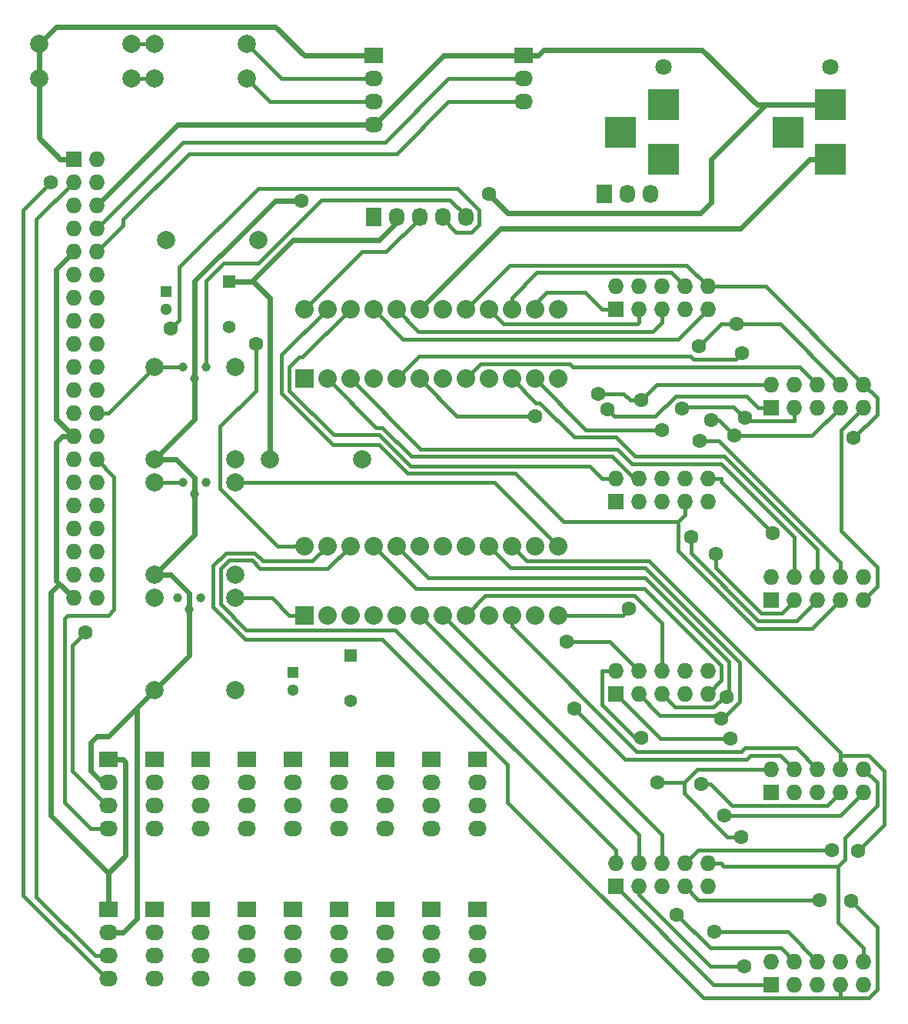
<source format=gbr>
G04 #@! TF.FileFunction,Copper,L2,Bot,Signal*
%FSLAX46Y46*%
G04 Gerber Fmt 4.6, Leading zero omitted, Abs format (unit mm)*
G04 Created by KiCad (PCBNEW 4.0.2-stable) date Friday, 12 August 2016 'pmt' 16:12:33*
%MOMM*%
G01*
G04 APERTURE LIST*
%ADD10C,0.100000*%
%ADD11R,1.300000X1.300000*%
%ADD12C,1.300000*%
%ADD13R,1.400000X1.400000*%
%ADD14C,1.400000*%
%ADD15R,3.500120X3.500120*%
%ADD16C,1.800000*%
%ADD17R,2.032000X1.727200*%
%ADD18O,2.032000X1.727200*%
%ADD19R,1.727200X2.032000*%
%ADD20O,1.727200X2.032000*%
%ADD21R,1.727200X1.727200*%
%ADD22O,1.727200X1.727200*%
%ADD23C,1.000760*%
%ADD24C,1.998980*%
%ADD25R,2.032000X2.032000*%
%ADD26C,2.032000*%
%ADD27C,1.600000*%
%ADD28C,0.600000*%
%ADD29C,0.400000*%
G04 APERTURE END LIST*
D10*
D11*
X29210000Y-118650000D03*
D12*
X29210000Y-120650000D03*
D13*
X36195000Y-117555000D03*
D14*
X36195000Y-122555000D03*
D13*
X49530000Y-158750000D03*
D14*
X49530000Y-163750000D03*
D15*
X102423000Y-104148140D03*
X102423000Y-98148660D03*
X97724000Y-101148400D03*
D16*
X102423000Y-93948000D03*
D15*
X84008000Y-104148140D03*
X84008000Y-98148660D03*
X79309000Y-101148400D03*
D16*
X84008000Y-93948000D03*
D17*
X22860000Y-186690000D03*
D18*
X22860000Y-189230000D03*
X22860000Y-191770000D03*
X22860000Y-194310000D03*
D17*
X22860000Y-170180000D03*
D18*
X22860000Y-172720000D03*
X22860000Y-175260000D03*
X22860000Y-177800000D03*
D17*
X27940000Y-186690000D03*
D18*
X27940000Y-189230000D03*
X27940000Y-191770000D03*
X27940000Y-194310000D03*
D17*
X27940000Y-170180000D03*
D18*
X27940000Y-172720000D03*
X27940000Y-175260000D03*
X27940000Y-177800000D03*
D17*
X33020000Y-186690000D03*
D18*
X33020000Y-189230000D03*
X33020000Y-191770000D03*
X33020000Y-194310000D03*
D17*
X33020000Y-170180000D03*
D18*
X33020000Y-172720000D03*
X33020000Y-175260000D03*
X33020000Y-177800000D03*
D17*
X38100000Y-186690000D03*
D18*
X38100000Y-189230000D03*
X38100000Y-191770000D03*
X38100000Y-194310000D03*
D17*
X38100000Y-170180000D03*
D18*
X38100000Y-172720000D03*
X38100000Y-175260000D03*
X38100000Y-177800000D03*
D17*
X43180000Y-186690000D03*
D18*
X43180000Y-189230000D03*
X43180000Y-191770000D03*
X43180000Y-194310000D03*
D17*
X43180000Y-170180000D03*
D18*
X43180000Y-172720000D03*
X43180000Y-175260000D03*
X43180000Y-177800000D03*
D17*
X48260000Y-186690000D03*
D18*
X48260000Y-189230000D03*
X48260000Y-191770000D03*
X48260000Y-194310000D03*
D17*
X48260000Y-170180000D03*
D18*
X48260000Y-172720000D03*
X48260000Y-175260000D03*
X48260000Y-177800000D03*
D17*
X53340000Y-186690000D03*
D18*
X53340000Y-189230000D03*
X53340000Y-191770000D03*
X53340000Y-194310000D03*
D17*
X53340000Y-170180000D03*
D18*
X53340000Y-172720000D03*
X53340000Y-175260000D03*
X53340000Y-177800000D03*
D17*
X58420000Y-186690000D03*
D18*
X58420000Y-189230000D03*
X58420000Y-191770000D03*
X58420000Y-194310000D03*
D17*
X58420000Y-170180000D03*
D18*
X58420000Y-172720000D03*
X58420000Y-175260000D03*
X58420000Y-177800000D03*
D17*
X63500000Y-186690000D03*
D18*
X63500000Y-189230000D03*
X63500000Y-191770000D03*
X63500000Y-194310000D03*
D17*
X63500000Y-170180000D03*
D18*
X63500000Y-172720000D03*
X63500000Y-175260000D03*
X63500000Y-177800000D03*
D19*
X52070000Y-110490000D03*
D20*
X54610000Y-110490000D03*
X57150000Y-110490000D03*
X59690000Y-110490000D03*
X62230000Y-110490000D03*
D21*
X95885000Y-194945000D03*
D22*
X95885000Y-192405000D03*
X98425000Y-194945000D03*
X98425000Y-192405000D03*
X100965000Y-194945000D03*
X100965000Y-192405000D03*
X103505000Y-194945000D03*
X103505000Y-192405000D03*
X106045000Y-194945000D03*
X106045000Y-192405000D03*
D21*
X78740000Y-184150000D03*
D22*
X78740000Y-181610000D03*
X81280000Y-184150000D03*
X81280000Y-181610000D03*
X83820000Y-184150000D03*
X83820000Y-181610000D03*
X86360000Y-184150000D03*
X86360000Y-181610000D03*
X88900000Y-184150000D03*
X88900000Y-181610000D03*
D21*
X95885000Y-173778000D03*
D22*
X95885000Y-171238000D03*
X98425000Y-173778000D03*
X98425000Y-171238000D03*
X100965000Y-173778000D03*
X100965000Y-171238000D03*
X103505000Y-173778000D03*
X103505000Y-171238000D03*
X106045000Y-173778000D03*
X106045000Y-171238000D03*
D21*
X78740000Y-162983000D03*
D22*
X78740000Y-160443000D03*
X81280000Y-162983000D03*
X81280000Y-160443000D03*
X83820000Y-162983000D03*
X83820000Y-160443000D03*
X86360000Y-162983000D03*
X86360000Y-160443000D03*
X88900000Y-162983000D03*
X88900000Y-160443000D03*
D21*
X78740000Y-141817000D03*
D22*
X78740000Y-139277000D03*
X81280000Y-141817000D03*
X81280000Y-139277000D03*
X83820000Y-141817000D03*
X83820000Y-139277000D03*
X86360000Y-141817000D03*
X86360000Y-139277000D03*
X88900000Y-141817000D03*
X88900000Y-139277000D03*
D21*
X78752400Y-120650000D03*
D22*
X78752400Y-118110000D03*
X81292400Y-120650000D03*
X81292400Y-118110000D03*
X83832400Y-120650000D03*
X83832400Y-118110000D03*
X86372400Y-120650000D03*
X86372400Y-118110000D03*
X88912400Y-120650000D03*
X88912400Y-118110000D03*
D21*
X95885000Y-152612000D03*
D22*
X95885000Y-150072000D03*
X98425000Y-152612000D03*
X98425000Y-150072000D03*
X100965000Y-152612000D03*
X100965000Y-150072000D03*
X103505000Y-152612000D03*
X103505000Y-150072000D03*
X106045000Y-152612000D03*
X106045000Y-150072000D03*
D21*
X95885000Y-131445000D03*
D22*
X95885000Y-128905000D03*
X98425000Y-131445000D03*
X98425000Y-128905000D03*
X100965000Y-131445000D03*
X100965000Y-128905000D03*
X103505000Y-131445000D03*
X103505000Y-128905000D03*
X106045000Y-131445000D03*
X106045000Y-128905000D03*
D19*
X77470000Y-107950000D03*
D20*
X80010000Y-107950000D03*
X82550000Y-107950000D03*
D17*
X68580000Y-92710000D03*
D18*
X68580000Y-95250000D03*
X68580000Y-97790000D03*
D17*
X52070000Y-92710000D03*
D18*
X52070000Y-95250000D03*
X52070000Y-97790000D03*
X52070000Y-100330000D03*
D23*
X32385000Y-128270000D03*
X31115000Y-127000000D03*
X33655000Y-127000000D03*
X32385000Y-140970000D03*
X31115000Y-139700000D03*
X33655000Y-139700000D03*
X31750000Y-153670000D03*
X30480000Y-152400000D03*
X33020000Y-152400000D03*
D24*
X27940000Y-137160000D03*
X27940000Y-127000000D03*
X36830000Y-137160000D03*
X36830000Y-127000000D03*
X27940000Y-149860000D03*
X27940000Y-139700000D03*
X36830000Y-149860000D03*
X36830000Y-139700000D03*
X27940000Y-162560000D03*
X27940000Y-152400000D03*
X36830000Y-162560000D03*
X36830000Y-152400000D03*
X40640000Y-137160000D03*
X50800000Y-137160000D03*
X29210000Y-113030000D03*
X39370000Y-113030000D03*
X25400000Y-95250000D03*
X15240000Y-95250000D03*
X38100000Y-95250000D03*
X27940000Y-95250000D03*
X25400000Y-91440000D03*
X15240000Y-91440000D03*
X38100000Y-91440000D03*
X27940000Y-91440000D03*
D21*
X19050000Y-104140000D03*
D22*
X21590000Y-104140000D03*
X19050000Y-106680000D03*
X21590000Y-106680000D03*
X19050000Y-109220000D03*
X21590000Y-109220000D03*
X19050000Y-111760000D03*
X21590000Y-111760000D03*
X19050000Y-114300000D03*
X21590000Y-114300000D03*
X19050000Y-116840000D03*
X21590000Y-116840000D03*
X19050000Y-119380000D03*
X21590000Y-119380000D03*
X19050000Y-121920000D03*
X21590000Y-121920000D03*
X19050000Y-124460000D03*
X21590000Y-124460000D03*
X19050000Y-127000000D03*
X21590000Y-127000000D03*
X19050000Y-129540000D03*
X21590000Y-129540000D03*
X19050000Y-132080000D03*
X21590000Y-132080000D03*
X19050000Y-134620000D03*
X21590000Y-134620000D03*
X19050000Y-137160000D03*
X21590000Y-137160000D03*
X19050000Y-139700000D03*
X21590000Y-139700000D03*
X19050000Y-142240000D03*
X21590000Y-142240000D03*
X19050000Y-144780000D03*
X21590000Y-144780000D03*
X19050000Y-147320000D03*
X21590000Y-147320000D03*
X19050000Y-149860000D03*
X21590000Y-149860000D03*
X19050000Y-152400000D03*
X21590000Y-152400000D03*
D25*
X44450000Y-154305000D03*
D26*
X46990000Y-154305000D03*
X49530000Y-154305000D03*
X52070000Y-154305000D03*
X54610000Y-154305000D03*
X57150000Y-154305000D03*
X59690000Y-154305000D03*
X62230000Y-154305000D03*
X64770000Y-154305000D03*
X67310000Y-154305000D03*
X69850000Y-154305000D03*
X72390000Y-154305000D03*
X72390000Y-146685000D03*
X69850000Y-146685000D03*
X67310000Y-146685000D03*
X64770000Y-146685000D03*
X62230000Y-146685000D03*
X59690000Y-146685000D03*
X57150000Y-146685000D03*
X54610000Y-146685000D03*
X52070000Y-146685000D03*
X49530000Y-146685000D03*
X46990000Y-146685000D03*
X44450000Y-146685000D03*
D25*
X44450000Y-128270000D03*
D26*
X46990000Y-128270000D03*
X49530000Y-128270000D03*
X52070000Y-128270000D03*
X54610000Y-128270000D03*
X57150000Y-128270000D03*
X59690000Y-128270000D03*
X62230000Y-128270000D03*
X64770000Y-128270000D03*
X67310000Y-128270000D03*
X69850000Y-128270000D03*
X72390000Y-128270000D03*
X72390000Y-120650000D03*
X69850000Y-120650000D03*
X67310000Y-120650000D03*
X64770000Y-120650000D03*
X62230000Y-120650000D03*
X59690000Y-120650000D03*
X57150000Y-120650000D03*
X54610000Y-120650000D03*
X52070000Y-120650000D03*
X49530000Y-120650000D03*
X46990000Y-120650000D03*
X44450000Y-120650000D03*
D11*
X43180000Y-160560000D03*
D12*
X43180000Y-162560000D03*
D27*
X64770000Y-107950000D03*
X44155600Y-108717900D03*
X16535021Y-106680000D03*
X20320000Y-156210000D03*
X29782500Y-122743200D03*
X80248400Y-153559500D03*
X91432100Y-167912500D03*
X83312400Y-172722600D03*
X92582400Y-178707800D03*
X81610100Y-167773800D03*
X92888700Y-192962200D03*
X90380100Y-165665200D03*
X85469400Y-187252700D03*
X90970700Y-163274900D03*
X89621700Y-189148200D03*
X88143400Y-172896100D03*
X101183600Y-185626200D03*
X104655300Y-185766300D03*
X105455700Y-180224300D03*
X102577500Y-180128900D03*
X90685300Y-176337500D03*
X74236900Y-164606500D03*
X73383300Y-157231000D03*
X77848543Y-131626543D03*
X76809391Y-129917681D03*
X81531100Y-130659800D03*
X89807900Y-147594200D03*
X86039900Y-131595100D03*
X92991500Y-132595700D03*
X87059300Y-145676700D03*
X83820000Y-133930700D03*
X91832400Y-134544600D03*
X89307000Y-132818200D03*
X92108000Y-122278000D03*
X88005900Y-135077700D03*
X87941300Y-124730200D03*
X104969000Y-134780500D03*
X96075800Y-145303800D03*
X69850000Y-132368900D03*
X92673800Y-125444100D03*
X39115000Y-124473400D03*
D28*
X40640000Y-137160000D02*
X40640000Y-119380000D01*
X40640000Y-119380000D02*
X38815000Y-117555000D01*
X38815000Y-117555000D02*
X37495000Y-117555000D01*
X38655000Y-117555000D02*
X37495000Y-117555000D01*
X43180000Y-113030000D02*
X38655000Y-117555000D01*
X52669600Y-113030000D02*
X43180000Y-113030000D01*
X54610000Y-111090000D02*
X52669600Y-113030000D01*
X54610000Y-110490000D02*
X54610000Y-111090000D01*
X37495000Y-117555000D02*
X36195000Y-117555000D01*
X102423000Y-104148000D02*
X102422900Y-104148000D01*
X66040000Y-111760000D02*
X57150000Y-120650000D01*
X92461400Y-111760000D02*
X66040000Y-111760000D01*
X100073000Y-104148000D02*
X92461400Y-111760000D01*
X102422900Y-104148000D02*
X100073000Y-104148000D01*
X102422900Y-104148000D02*
X102423000Y-104148100D01*
X22860000Y-182686000D02*
X22860000Y-186690000D01*
X88100000Y-110020000D02*
X89259000Y-108861000D01*
X89259000Y-108861000D02*
X89259000Y-104140000D01*
X95250000Y-98149000D02*
X94339000Y-98149000D01*
X94339000Y-98149000D02*
X88265000Y-92075000D01*
X102422700Y-98149000D02*
X95250000Y-98149000D01*
X89259000Y-104140000D02*
X95250000Y-98149000D01*
X88100000Y-110020000D02*
X66840000Y-110020000D01*
X66840000Y-110020000D02*
X64770000Y-107950000D01*
X70831000Y-92075000D02*
X88265000Y-92075000D01*
X68580000Y-92710000D02*
X70196000Y-92710000D01*
X70196000Y-92710000D02*
X70831000Y-92075000D01*
X22860000Y-170180000D02*
X24476000Y-170180000D01*
X24476000Y-170180000D02*
X24765000Y-170469000D01*
X24765000Y-170469000D02*
X24765000Y-180781000D01*
X24765000Y-180781000D02*
X22860000Y-182686000D01*
X19050000Y-134620000D02*
X17145000Y-132715000D01*
X17145000Y-132715000D02*
X17145000Y-116205000D01*
X17145000Y-116205000D02*
X19050000Y-114300000D01*
X19050000Y-134620000D02*
X17828700Y-134620000D01*
X17828700Y-134620000D02*
X17145000Y-135303700D01*
X17145000Y-135303700D02*
X17145000Y-150494600D01*
X17145000Y-150494600D02*
X17486400Y-150836000D01*
X16510000Y-176336000D02*
X22860000Y-182686000D01*
X16510000Y-151765000D02*
X16510000Y-176336000D01*
X17438600Y-150836000D02*
X16510000Y-151765000D01*
X17486400Y-150836000D02*
X17438600Y-150836000D01*
X52222400Y-100330000D02*
X52070000Y-100330000D01*
X59842400Y-92710000D02*
X52222400Y-100330000D01*
X68580000Y-92710000D02*
X59842400Y-92710000D01*
X30480000Y-100330000D02*
X21590000Y-109220000D01*
X52070000Y-100330000D02*
X30480000Y-100330000D01*
X63500000Y-170180000D02*
X63347600Y-170180000D01*
X17486400Y-150836000D02*
X19050000Y-152400000D01*
X102423000Y-98149000D02*
X102422700Y-98149000D01*
X102422700Y-98149000D02*
X102423000Y-98148700D01*
X26035000Y-164465000D02*
X26035000Y-187671000D01*
X26035000Y-187671000D02*
X24476000Y-189230000D01*
X24476000Y-189230000D02*
X22860000Y-189230000D01*
X41234900Y-108717900D02*
X44155600Y-108717900D01*
X35282811Y-114669989D02*
X41234900Y-108717900D01*
X32385000Y-128270000D02*
X32385000Y-117472193D01*
X32385000Y-117472193D02*
X35187204Y-114669989D01*
X35187204Y-114669989D02*
X35282811Y-114669989D01*
X22225000Y-172720000D02*
X22860000Y-172720000D01*
X20955000Y-171450000D02*
X22225000Y-172720000D01*
X20955000Y-168275000D02*
X20955000Y-171450000D01*
X21590000Y-167640000D02*
X20955000Y-168275000D01*
X22860000Y-167640000D02*
X21590000Y-167640000D01*
X26035000Y-164465000D02*
X22860000Y-167640000D01*
X32385000Y-145415000D02*
X32385000Y-140970000D01*
X27940000Y-149860000D02*
X32385000Y-145415000D01*
X30351600Y-137160000D02*
X27940000Y-137160000D01*
X32385000Y-139193000D02*
X30351600Y-137160000D01*
X32385000Y-140970000D02*
X32385000Y-139193000D01*
X17145000Y-89535000D02*
X15240000Y-91440000D01*
X41275000Y-89535000D02*
X17145000Y-89535000D01*
X44450000Y-92710000D02*
X41275000Y-89535000D01*
X52070000Y-92710000D02*
X44450000Y-92710000D01*
X17586400Y-104140000D02*
X19050000Y-104140000D01*
X15240000Y-101794000D02*
X17586400Y-104140000D01*
X15240000Y-95250000D02*
X15240000Y-101794000D01*
X15240000Y-91440000D02*
X15240000Y-95250000D01*
X63500000Y-172720000D02*
X63652400Y-172720000D01*
X64135000Y-189230000D02*
X63500000Y-189230000D01*
X31750000Y-151893000D02*
X31750000Y-153670000D01*
X29716600Y-149860000D02*
X31750000Y-151893000D01*
X27940000Y-149860000D02*
X29716600Y-149860000D01*
X31750000Y-158750000D02*
X27940000Y-162560000D01*
X31750000Y-153670000D02*
X31750000Y-158750000D01*
X26035000Y-164465000D02*
X27940000Y-162560000D01*
X32385000Y-132715000D02*
X27940000Y-137160000D01*
X32385000Y-128270000D02*
X32385000Y-132715000D01*
D29*
X19050000Y-106680000D02*
X14975000Y-110755000D01*
X14975000Y-110755000D02*
X14975000Y-185301000D01*
X14975000Y-185301000D02*
X21444000Y-191770000D01*
X21444000Y-191770000D02*
X22860000Y-191770000D01*
X16535021Y-106680000D02*
X13540000Y-109675021D01*
X13540000Y-109675021D02*
X13540000Y-185142400D01*
X13540000Y-185142400D02*
X22707600Y-194310000D01*
X22707600Y-194310000D02*
X22860000Y-194310000D01*
X18885001Y-171437401D02*
X18885001Y-157644999D01*
X18885001Y-157644999D02*
X20320000Y-156210000D01*
X22860000Y-175260000D02*
X22707600Y-175260000D01*
X22707600Y-175260000D02*
X18885001Y-171437401D01*
X22860000Y-177800000D02*
X20955000Y-177800000D01*
X20955000Y-177800000D02*
X18045000Y-174890000D01*
X18045000Y-174890000D02*
X18045000Y-154675000D01*
X18045000Y-154675000D02*
X18415000Y-154305000D01*
X18415000Y-154305000D02*
X22860000Y-154305000D01*
X22860000Y-154305000D02*
X23495000Y-153670000D01*
X23495000Y-153670000D02*
X23495000Y-139065000D01*
X23495000Y-139065000D02*
X21590000Y-137160000D01*
X57150000Y-110642000D02*
X57150000Y-110490000D01*
X53492400Y-114300000D02*
X57150000Y-110642000D01*
X50800000Y-114300000D02*
X53492400Y-114300000D01*
X44450000Y-120650000D02*
X50800000Y-114300000D01*
X59690000Y-110490000D02*
X59690000Y-110642400D01*
X59690000Y-110642400D02*
X61193100Y-112145500D01*
X30689500Y-115995500D02*
X30689500Y-121836200D01*
X61193100Y-112145500D02*
X62873400Y-112145500D01*
X62873400Y-112145500D02*
X63723100Y-111295800D01*
X63723100Y-111295800D02*
X63723100Y-109720300D01*
X63723100Y-109720300D02*
X61317600Y-107314800D01*
X61317600Y-107314800D02*
X39370200Y-107314800D01*
X39370200Y-107314800D02*
X30689500Y-115995500D01*
X30689500Y-121836200D02*
X29782500Y-122743200D01*
X65405000Y-139700000D02*
X36830000Y-139700000D01*
X72390000Y-146685000D02*
X65405000Y-139700000D01*
X62230000Y-110490000D02*
X62230000Y-110338000D01*
X46352200Y-108585000D02*
X39367200Y-115570000D01*
X62230000Y-110338000D02*
X60477000Y-108585000D01*
X60477000Y-108585000D02*
X46352200Y-108585000D01*
X39367200Y-115570000D02*
X35560000Y-115570000D01*
X35560000Y-115570000D02*
X33655000Y-117475000D01*
X33655000Y-117475000D02*
X33655000Y-127000000D01*
X79502900Y-154305000D02*
X80248400Y-153559500D01*
X72390000Y-154305000D02*
X79502900Y-154305000D01*
X78799600Y-162983000D02*
X78740000Y-162983000D01*
X83729100Y-167912500D02*
X78799600Y-162983000D01*
X91432100Y-167912500D02*
X83729100Y-167912500D01*
X89535000Y-194945000D02*
X95885000Y-194945000D01*
X78740000Y-184150000D02*
X89535000Y-194945000D01*
X54515300Y-155921400D02*
X78740000Y-180146100D01*
X38058100Y-155921400D02*
X54515300Y-155921400D01*
X35219200Y-153082500D02*
X38058100Y-155921400D01*
X35219200Y-149197000D02*
X35219200Y-153082500D01*
X36180100Y-148236100D02*
X35219200Y-149197000D01*
X38694300Y-148236100D02*
X36180100Y-148236100D01*
X39616000Y-149157800D02*
X38694300Y-148236100D01*
X47057200Y-149157800D02*
X39616000Y-149157800D01*
X49530000Y-146685000D02*
X47057200Y-149157800D01*
X78740000Y-181610000D02*
X78740000Y-180146100D01*
X95885000Y-171238000D02*
X87760600Y-171238000D01*
X86276000Y-172722600D02*
X83312400Y-172722600D01*
X86276000Y-172722600D02*
X87760600Y-171238000D01*
X77276100Y-164129500D02*
X77276100Y-160443000D01*
X80920400Y-167773800D02*
X77276100Y-164129500D01*
X81610100Y-167773800D02*
X80920400Y-167773800D01*
X78740000Y-160443000D02*
X77276100Y-160443000D01*
X91075400Y-178707800D02*
X92582400Y-178707800D01*
X86276000Y-173908400D02*
X91075400Y-178707800D01*
X86276000Y-172722600D02*
X86276000Y-173908400D01*
X90380100Y-165317100D02*
X90380100Y-165665200D01*
X83614100Y-165317100D02*
X90380100Y-165317100D01*
X81280000Y-162983000D02*
X83614100Y-165317100D01*
X67193800Y-149108800D02*
X64770000Y-146685000D01*
X82034400Y-149108800D02*
X67193800Y-149108800D01*
X92418800Y-159493200D02*
X82034400Y-149108800D01*
X92418800Y-163809300D02*
X92418800Y-159493200D01*
X90911000Y-165317100D02*
X92418800Y-163809300D01*
X90380100Y-165317100D02*
X90911000Y-165317100D01*
X81280000Y-185050300D02*
X81280000Y-184150000D01*
X89191900Y-192962200D02*
X81280000Y-185050300D01*
X92888700Y-192962200D02*
X89191900Y-192962200D01*
X89157800Y-190941100D02*
X85469400Y-187252700D01*
X96961100Y-190941100D02*
X89157800Y-190941100D01*
X98425000Y-192405000D02*
X96961100Y-190941100D01*
X90721000Y-163274900D02*
X90970700Y-163274900D01*
X89546500Y-164449400D02*
X90721000Y-163274900D01*
X85286400Y-164449400D02*
X89546500Y-164449400D01*
X83820000Y-162983000D02*
X85286400Y-164449400D01*
X58116800Y-150191800D02*
X54610000Y-146685000D01*
X81974000Y-150191800D02*
X58116800Y-150191800D01*
X91209600Y-159427400D02*
X81974000Y-150191800D01*
X91209600Y-163036000D02*
X91209600Y-159427400D01*
X90970700Y-163274900D02*
X91209600Y-163036000D01*
X97708200Y-189148200D02*
X89621700Y-189148200D01*
X100965000Y-192405000D02*
X97708200Y-189148200D01*
X103505000Y-194945000D02*
X103505000Y-196408900D01*
X87836200Y-185626200D02*
X101183600Y-185626200D01*
X86360000Y-184150000D02*
X87836200Y-185626200D01*
X88390800Y-196408900D02*
X103505000Y-196408900D01*
X66868400Y-174886500D02*
X88390800Y-196408900D01*
X66868400Y-170770900D02*
X66868400Y-174886500D01*
X53064000Y-156966500D02*
X66868400Y-170770900D01*
X37971300Y-156966500D02*
X53064000Y-156966500D01*
X34418800Y-153414000D02*
X37971300Y-156966500D01*
X34418800Y-148865500D02*
X34418800Y-153414000D01*
X35848600Y-147435700D02*
X34418800Y-148865500D01*
X39025800Y-147435700D02*
X35848600Y-147435700D01*
X39936200Y-148346100D02*
X39025800Y-147435700D01*
X45328900Y-148346100D02*
X39936200Y-148346100D01*
X46990000Y-146685000D02*
X45328900Y-148346100D01*
X107556400Y-188667400D02*
X104655300Y-185766300D01*
X107556400Y-195518000D02*
X107556400Y-188667400D01*
X106665500Y-196408900D02*
X107556400Y-195518000D01*
X103505000Y-196408900D02*
X106665500Y-196408900D01*
X89224200Y-172896100D02*
X88143400Y-172896100D01*
X91570100Y-175242000D02*
X89224200Y-172896100D01*
X102041000Y-175242000D02*
X91570100Y-175242000D01*
X103505000Y-173778000D02*
X102041000Y-175242000D01*
X103505000Y-171238000D02*
X103505000Y-169733600D01*
X106649200Y-169733600D02*
X103505000Y-169733600D01*
X108355200Y-171439600D02*
X106649200Y-169733600D01*
X108355200Y-177324800D02*
X108355200Y-171439600D01*
X105455700Y-180224300D02*
X108355200Y-177324800D01*
X68926300Y-148301300D02*
X67310000Y-146685000D01*
X82393200Y-148301300D02*
X68926300Y-148301300D01*
X103505000Y-169413100D02*
X82393200Y-148301300D01*
X103505000Y-169733600D02*
X103505000Y-169413100D01*
X87841100Y-180128900D02*
X102577500Y-180128900D01*
X86360000Y-181610000D02*
X87841100Y-180128900D01*
X90400600Y-161482400D02*
X88900000Y-162983000D01*
X90400600Y-159817400D02*
X90400600Y-161482400D01*
X81932900Y-151349700D02*
X90400600Y-159817400D01*
X56734700Y-151349700D02*
X81932900Y-151349700D01*
X52070000Y-146685000D02*
X56734700Y-151349700D01*
X103485500Y-176337500D02*
X90685300Y-176337500D01*
X106045000Y-173778000D02*
X103485500Y-176337500D01*
X106045000Y-192405000D02*
X106045000Y-190941100D01*
X103231200Y-188127300D02*
X106045000Y-190941100D01*
X103231200Y-181906200D02*
X103231200Y-188127300D01*
X90660100Y-181906200D02*
X103231200Y-181906200D01*
X90363900Y-181610000D02*
X90660100Y-181906200D01*
X107554900Y-172747900D02*
X106045000Y-171238000D01*
X107554900Y-175225400D02*
X107554900Y-172747900D01*
X103977800Y-178802500D02*
X107554900Y-175225400D01*
X103977800Y-181159600D02*
X103977800Y-178802500D01*
X103231200Y-181906200D02*
X103977800Y-181159600D01*
X88900000Y-181610000D02*
X90363900Y-181610000D01*
X81280000Y-181610000D02*
X81280000Y-178435000D01*
X81280000Y-178435000D02*
X57150000Y-154305000D01*
X83820000Y-181610000D02*
X83820000Y-178435000D01*
X83820000Y-178435000D02*
X59690000Y-154305000D01*
X96922600Y-169735600D02*
X98425000Y-171238000D01*
X93564100Y-169735600D02*
X96922600Y-169735600D01*
X93170200Y-170129500D02*
X93564100Y-169735600D01*
X79759900Y-170129500D02*
X93170200Y-170129500D01*
X74236900Y-164606500D02*
X79759900Y-170129500D01*
X98656600Y-168929600D02*
X100965000Y-171238000D01*
X92983100Y-168929600D02*
X98656600Y-168929600D01*
X92599800Y-169312900D02*
X92983100Y-168929600D01*
X81092700Y-169312900D02*
X92599800Y-169312900D01*
X67310000Y-155530200D02*
X81092700Y-169312900D01*
X67310000Y-154305000D02*
X67310000Y-155530200D01*
X78068000Y-157231000D02*
X81280000Y-160443000D01*
X73383300Y-157231000D02*
X78068000Y-157231000D01*
X83820000Y-160443000D02*
X83820000Y-155150800D01*
X64375900Y-152159100D02*
X62230000Y-154305000D01*
X80828300Y-152159100D02*
X64375900Y-152159100D01*
X83820000Y-155150800D02*
X80828300Y-152159100D01*
X78752400Y-120650000D02*
X77288500Y-120650000D01*
X77288500Y-120650000D02*
X75383500Y-118745000D01*
X75383500Y-118745000D02*
X71120000Y-118745000D01*
X71120000Y-118745000D02*
X69850000Y-120015000D01*
X69850000Y-120015000D02*
X69850000Y-120650000D01*
X93170900Y-130194800D02*
X85344900Y-130194800D01*
X85344900Y-130194800D02*
X83113158Y-132426542D01*
X94421100Y-131445000D02*
X93170900Y-130194800D01*
X95885000Y-131445000D02*
X94421100Y-131445000D01*
X78648542Y-132426542D02*
X77848543Y-131626543D01*
X83113158Y-132426542D02*
X78648542Y-132426542D01*
X79657611Y-129917681D02*
X76809391Y-129917681D01*
X81531100Y-130659800D02*
X80399730Y-130659800D01*
X80399730Y-130659800D02*
X79657611Y-129917681D01*
X95885000Y-128905000D02*
X83285900Y-128905000D01*
X83285900Y-128905000D02*
X81531100Y-130659800D01*
X78740000Y-139277000D02*
X77276100Y-139277000D01*
X44267000Y-125913000D02*
X49530000Y-120650000D01*
X43908500Y-125913000D02*
X44267000Y-125913000D01*
X42833600Y-126987900D02*
X43908500Y-125913000D01*
X42833600Y-129587700D02*
X42833600Y-126987900D01*
X47699900Y-134454000D02*
X42833600Y-129587700D01*
X52731400Y-134454000D02*
X47699900Y-134454000D01*
X56147600Y-137870200D02*
X52731400Y-134454000D01*
X75869300Y-137870200D02*
X56147600Y-137870200D01*
X77276100Y-139277000D02*
X75869300Y-137870200D01*
X81292400Y-120650000D02*
X81292400Y-122113900D01*
X98425000Y-131445000D02*
X98425000Y-132908900D01*
X93304700Y-132908900D02*
X98425000Y-132908900D01*
X92991500Y-132595700D02*
X93304700Y-132908900D01*
X86265500Y-131369500D02*
X86039900Y-131595100D01*
X91765300Y-131369500D02*
X86265500Y-131369500D01*
X92991500Y-132595700D02*
X91765300Y-131369500D01*
X66394700Y-122274700D02*
X64770000Y-120650000D01*
X81131600Y-122274700D02*
X66394700Y-122274700D01*
X81292400Y-122113900D02*
X81131600Y-122274700D01*
X89807900Y-149113600D02*
X89807900Y-147594200D01*
X94809500Y-154115200D02*
X89807900Y-149113600D01*
X97051400Y-154115200D02*
X94809500Y-154115200D01*
X98425000Y-152741600D02*
X97051400Y-154115200D01*
X98425000Y-152612000D02*
X98425000Y-152741600D01*
X52373600Y-133653600D02*
X46990000Y-128270000D01*
X53062700Y-133653600D02*
X52373600Y-133653600D01*
X56233000Y-136823900D02*
X53062700Y-133653600D01*
X78357300Y-136823900D02*
X56233000Y-136823900D01*
X80810400Y-139277000D02*
X78357300Y-136823900D01*
X81280000Y-139277000D02*
X80810400Y-139277000D01*
X83832400Y-120650000D02*
X83832400Y-122113900D01*
X57058300Y-123098300D02*
X54610000Y-120650000D01*
X82848000Y-123098300D02*
X57058300Y-123098300D01*
X83832400Y-122113900D02*
X82848000Y-123098300D01*
X87059400Y-145676700D02*
X87059300Y-145676700D01*
X87059400Y-147496800D02*
X87059400Y-145676700D01*
X94478100Y-154915500D02*
X87059400Y-147496800D01*
X98661500Y-154915500D02*
X94478100Y-154915500D01*
X100965000Y-152612000D02*
X98661500Y-154915500D01*
X75510700Y-133930700D02*
X83820000Y-133930700D01*
X69850000Y-128270000D02*
X75510700Y-133930700D01*
X100405400Y-134544600D02*
X91832400Y-134544600D01*
X103505000Y-131445000D02*
X100405400Y-134544600D01*
X89307000Y-132818300D02*
X89307000Y-132818200D01*
X90106100Y-132818300D02*
X89307000Y-132818300D01*
X91832400Y-134544600D02*
X90106100Y-132818300D01*
X86360000Y-141817000D02*
X86360000Y-143280900D01*
X73010000Y-144007600D02*
X85633300Y-144007600D01*
X67672900Y-138670500D02*
X73010000Y-144007600D01*
X55816200Y-138670500D02*
X67672900Y-138670500D01*
X52682700Y-135537000D02*
X55816200Y-138670500D01*
X47651000Y-135537000D02*
X52682700Y-135537000D01*
X41966100Y-129852100D02*
X47651000Y-135537000D01*
X41966100Y-125673900D02*
X41966100Y-129852100D01*
X46990000Y-120650000D02*
X41966100Y-125673900D01*
X85633300Y-147211800D02*
X85633300Y-144007600D01*
X94199700Y-155778200D02*
X85633300Y-147211800D01*
X100338800Y-155778200D02*
X94199700Y-155778200D01*
X103505000Y-152612000D02*
X100338800Y-155778200D01*
X85633300Y-144007600D02*
X86360000Y-143280900D01*
X86372400Y-118110000D02*
X84871200Y-116608800D01*
X84871200Y-116608800D02*
X70081200Y-116608800D01*
X70081200Y-116608800D02*
X67310000Y-119380000D01*
X67310000Y-119380000D02*
X67310000Y-120650000D01*
X103505000Y-150072000D02*
X103505000Y-148489300D01*
X90093400Y-135077700D02*
X88005900Y-135077700D01*
X103505000Y-148489300D02*
X90093400Y-135077700D01*
X96878100Y-122278000D02*
X92108000Y-122278000D01*
X96878100Y-122278100D02*
X96878100Y-122278000D01*
X103505000Y-128905000D02*
X96878100Y-122278100D01*
X90393500Y-122278000D02*
X87941300Y-124730200D01*
X92108000Y-122278000D02*
X90393500Y-122278000D01*
X107521800Y-151135200D02*
X106045000Y-152612000D01*
X107521800Y-149024400D02*
X107521800Y-151135200D01*
X103560900Y-145063500D02*
X107521800Y-149024400D01*
X103560900Y-133929100D02*
X103560900Y-145063500D01*
X106045000Y-131445000D02*
X103560900Y-133929100D01*
X85644700Y-123917700D02*
X88912400Y-120650000D01*
X55337700Y-123917700D02*
X85644700Y-123917700D01*
X52070000Y-120650000D02*
X55337700Y-123917700D01*
X88912400Y-118110000D02*
X95250000Y-118110000D01*
X67085900Y-115794100D02*
X62230000Y-120650000D01*
X86596500Y-115794100D02*
X67085900Y-115794100D01*
X88912400Y-118110000D02*
X86596500Y-115794100D01*
X95250000Y-118110000D02*
X106045000Y-128905000D01*
X107542100Y-132207400D02*
X104969000Y-134780500D01*
X107542100Y-130402100D02*
X107542100Y-132207400D01*
X106045000Y-128905000D02*
X107542100Y-130402100D01*
X90363900Y-139591900D02*
X90363900Y-139277000D01*
X96075800Y-145303800D02*
X90363900Y-139591900D01*
X88900000Y-139277000D02*
X90363900Y-139277000D01*
X61248900Y-132368900D02*
X69850000Y-132368900D01*
X57150000Y-128270000D02*
X61248900Y-132368900D01*
X98425000Y-150072000D02*
X98425000Y-148608100D01*
X57283600Y-136023600D02*
X49530000Y-128270000D01*
X78928800Y-136023600D02*
X57283600Y-136023600D01*
X80526400Y-137621200D02*
X78928800Y-136023600D01*
X90373500Y-137621200D02*
X80526400Y-137621200D01*
X98424900Y-145672600D02*
X90373500Y-137621200D01*
X98424900Y-148608100D02*
X98424900Y-145672600D01*
X98425000Y-148608100D02*
X98424900Y-148608100D01*
X100965000Y-150072000D02*
X100965000Y-147081000D01*
X70008600Y-130968600D02*
X67310000Y-128270000D01*
X70430000Y-130968600D02*
X70008600Y-130968600D01*
X74192400Y-134731000D02*
X70430000Y-130968600D01*
X78767900Y-134731000D02*
X74192400Y-134731000D01*
X80857700Y-136820800D02*
X78767900Y-134731000D01*
X90704800Y-136820800D02*
X80857700Y-136820800D01*
X100965000Y-147081000D02*
X90704800Y-136820800D01*
X91987400Y-126130500D02*
X92673800Y-125444100D01*
X87361400Y-126130500D02*
X91987400Y-126130500D01*
X87018200Y-125787300D02*
X87361400Y-126130500D01*
X57092700Y-125787300D02*
X87018200Y-125787300D01*
X54610000Y-128270000D02*
X57092700Y-125787300D01*
X99019400Y-126959400D02*
X100965000Y-128905000D01*
X74034900Y-126959400D02*
X99019400Y-126959400D01*
X73721300Y-126645800D02*
X74034900Y-126959400D01*
X63854200Y-126645800D02*
X73721300Y-126645800D01*
X62230000Y-128270000D02*
X63854200Y-126645800D01*
X21590000Y-114300000D02*
X24500000Y-111390000D01*
X24500000Y-111390000D02*
X24500000Y-110755000D01*
X24500000Y-110755000D02*
X31750000Y-103505000D01*
X54607200Y-103505000D02*
X60322200Y-97790000D01*
X31750000Y-103505000D02*
X54607200Y-103505000D01*
X60322200Y-97790000D02*
X68580000Y-97790000D01*
X68580000Y-95250000D02*
X60325000Y-95250000D01*
X60325000Y-95250000D02*
X53340000Y-102235000D01*
X53340000Y-102235000D02*
X31115000Y-102235000D01*
X31115000Y-102235000D02*
X21590000Y-111760000D01*
X41910000Y-95250000D02*
X38100000Y-91440000D01*
X52070000Y-95250000D02*
X41910000Y-95250000D01*
X40640000Y-97790000D02*
X52070000Y-97790000D01*
X38100000Y-95250000D02*
X40640000Y-97790000D01*
X31115000Y-127000000D02*
X27940000Y-127000000D01*
X22860000Y-132080000D02*
X27940000Y-127000000D01*
X21590000Y-132080000D02*
X22860000Y-132080000D01*
X31115000Y-139700000D02*
X27940000Y-139700000D01*
X40928700Y-152400000D02*
X42833700Y-154305000D01*
X36830000Y-152400000D02*
X40928700Y-152400000D01*
X44450000Y-154305000D02*
X42833700Y-154305000D01*
X27940000Y-95250000D02*
X25400000Y-95250000D01*
X25400000Y-91440000D02*
X27940000Y-91440000D01*
X39114900Y-124473400D02*
X39115000Y-124473400D01*
X39114900Y-129589500D02*
X39114900Y-124473400D01*
X35197000Y-133507400D02*
X39114900Y-129589500D01*
X35197000Y-140353000D02*
X35197000Y-133507400D01*
X41529000Y-146685000D02*
X35197000Y-140353000D01*
X44450000Y-146685000D02*
X41529000Y-146685000D01*
M02*

</source>
